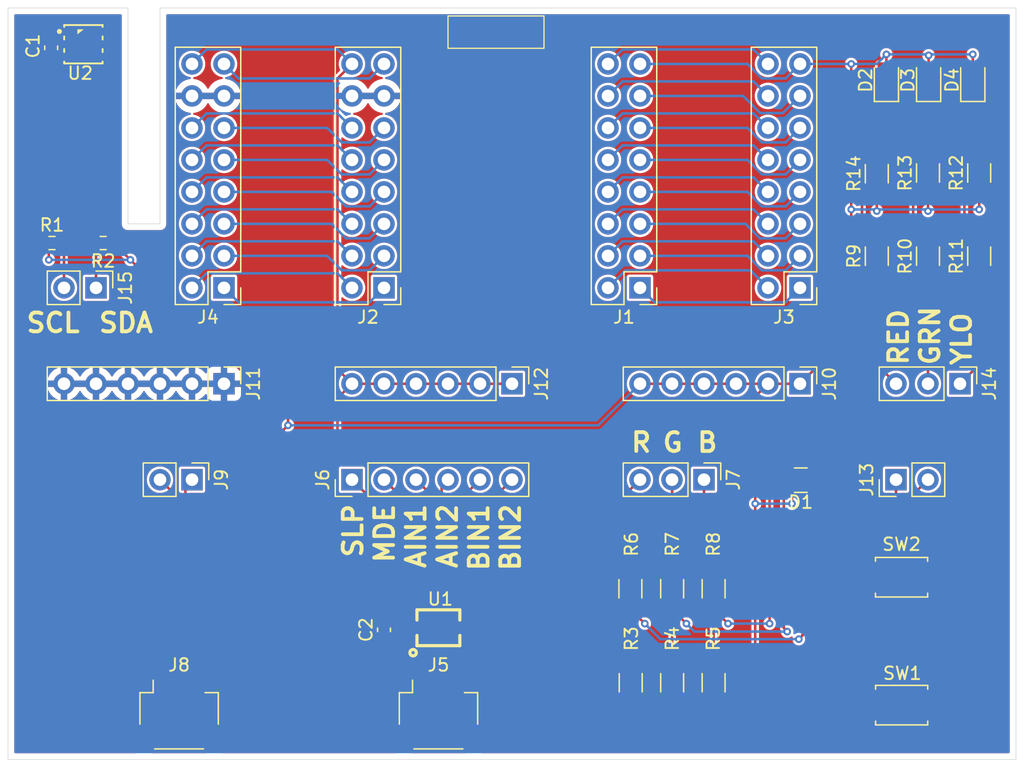
<source format=kicad_pcb>
(kicad_pcb (version 20241229) (generator "pcbnew") (generator_version "9.0")
  (layers (0 "F.Cu" signal) (2 "B.Cu" signal) (13 "F.Paste" user) (15 "B.Paste" user) (5 "F.SilkS" user "F.Silkscreen") (7 "B.SilkS" user "B.Silkscreen") (1 "F.Mask" user) (3 "B.Mask" user) (25 "Edge.Cuts" user))
  (net 0 "")
  (net 1 "/BLUE")
  (net 2 "/RED")
  (net 3 "/GREEN")
  (net 4 "+3V3")
  (net 5 "VBUS")
  (net 6 "/AOUT2")
  (net 7 "/AOUT1")
  (net 8 "/BOUT1")
  (net 10 "/SCl")
  (net 11 "GND")
  (net 13 "/SDA")
  (net 14 "/BOUT2")
  (net 15 "/AIN2")
  (net 16 "/BIN2")
  (net 17 "/AIN1")
  (net 18 "/MODE")
  (net 19 "/BIN1")
  (net 20 "/nSLEEP")
  (net 21 "9")
  (net 22 "7")
  (net 23 "6")
  (net 24 "4")
  (net 25 "2")
  (net 26 "8")
  (net 27 "EN")
  (net 28 "1")
  (net 29 "12")
  (net 30 "10")
  (net 31 "11")
  (net 32 "5")
  (net 33 "14")
  (net 34 "3")
  (net 35 "13")
  (net 36 "/B_PIN")
  (net 37 "/G_PIN")
  (net 38 "/R_PIN")
  (net 39 "/THERMO1")
  (net 40 "/THERMO2")
  (net 41 "/SW2")
  (net 42 "/SW1")
  (net 43 "35")
  (net 44 "21")
  (net 45 "34")
  (net 46 "16")
  (net 47 "17")
  (net 48 "40")
  (net 49 "33")
  (net 50 "39")
  (net 51 "37")
  (net 52 "18")
  (net 53 "36")
  (net 54 "38")
  (net 55 "15")
  (net 56 "/LED1")
  (net 57 "/LED2")
  (net 58 "/LED3")
  (net 59 "/L3_PIN")
  (net 60 "/L1_PIN")
  (net 61 "/L2_PIN")
  (footprint "Connector_PinHeader_2.54mm:PinHeader_2x08_P2.54mm_Vertical" (layer "F.Cu") (at 78.74 109.22 180)
    (property "Reference" "J2")
    (property "Value" "Conn_02x08_Odd_Even")
  )
  (footprint "LED_SMD:LED_0805_2012Metric" (layer "F.Cu") (at 121.97 92.7355 90)
    (property "Reference" "D3")
    (property "Value" "KT-0805G")
  )
  (footprint "sensor:AHT20" (layer "F.Cu") (at 54.88 89.874 180)
    (property "Reference" "U2")
    (property "Value" "AHT20-F")
  )
  (footprint "Connector_PinHeader_2.54mm:PinHeader_2x08_P2.54mm_Vertical" (layer "F.Cu") (at 99.06 109.22 180)
    (property "Reference" "J1")
    (property "Value" "Conn_02x08_Odd_Even")
  )
  (footprint "Resistor_SMD:R_1206_3216Metric_Pad1.30x1.75mm_HandSolder" (layer "F.Cu") (at 101.612 133.122 -90)
    (property "Reference" "R7")
    (property "Value" "V")
  )
  (footprint "Connector_PinHeader_2.54mm:PinHeader_1x06_P2.54mm_Vertical" (layer "F.Cu") (at 66.04 116.84 -90)
    (property "Reference" "J11")
    (property "Value" "Conn_01x06_Socket")
  )
  (footprint "Resistor_SMD:R_1206_3216Metric_Pad1.30x1.75mm_HandSolder" (layer "F.Cu") (at 121.92 106.706 90)
    (property "Reference" "R10")
    (property "Value" "V")
  )
  (footprint "Button_Switch_SMD:SW_Push_SPST_NO_Alps_SKRK" (layer "F.Cu") (at 119.829 142.367)
    (property "Reference" "SW1")
    (property "Value" "SW_Push")
  )
  (footprint "Connector_PinHeader_2.54mm:PinHeader_1x03_P2.54mm_Vertical" (layer "F.Cu") (at 104.14 124.46 -90)
    (property "Reference" "J7")
    (property "Value" "Conn_01x03_Socket")
  )
  (footprint "Resistor_SMD:R_1206_3216Metric_Pad1.30x1.75mm_HandSolder" (layer "F.Cu") (at 104.902 133.122 -90)
    (property "Reference" "R8")
    (property "Value" "V")
  )
  (footprint "Resistor_SMD:R_1206_3216Metric_Pad1.30x1.75mm_HandSolder" (layer "F.Cu") (at 98.298 133.122 -90)
    (property "Reference" "R6")
    (property "Value" "V")
  )
  (footprint "Button_Switch_SMD:SW_Push_SPST_NO_Alps_SKRK" (layer "F.Cu") (at 119.82 132.207)
    (property "Reference" "SW2")
    (property "Value" "SW_Push")
  )
  (footprint "Resistor_SMD:R_1206_3216Metric_Pad1.30x1.75mm_HandSolder" (layer "F.Cu") (at 125.984 100.102 90)
    (property "Reference" "R12")
    (property "Value" "V")
  )
  (footprint "Resistor_SMD:R_1206_3216Metric_Pad1.30x1.75mm_HandSolder" (layer "F.Cu") (at 125.984 106.706 90)
    (property "Reference" "R11")
    (property "Value" "V")
  )
  (footprint "Connector_JST:JST_SH_SM04B-SRSS-TB_1x04-1MP_P1.00mm_Horizontal" (layer "F.Cu") (at 83.064 143.159)
    (property "Reference" "J5")
    (property "Value" "Conn_01x04_Socket")
  )
  (footprint "Resistor_SMD:R_0603_1608Metric" (layer "F.Cu") (at 56.451 105.664 180)
    (property "Reference" "R2")
    (property "Value" "10k")
  )
  (footprint "Resistor_SMD:R_1206_3216Metric_Pad1.30x1.75mm_HandSolder" (layer "F.Cu") (at 121.92 100.102 90)
    (property "Reference" "R13")
    (property "Value" "V")
  )
  (footprint "Connector_PinHeader_2.54mm:PinHeader_2x08_P2.54mm_Vertical" (layer "F.Cu") (at 111.76 109.22 180)
    (property "Reference" "J3")
    (property "Value" "Conn_02x08_Odd_Even")
  )
  (footprint "Resistor_SMD:R_Array_Convex_2x0606" (layer "F.Cu") (at 111.825 124.498 180)
    (property "Reference" "D1")
    (property "Value" "XL-1615RGBC-RF")
  )
  (footprint "Connector_JST:JST_SH_SM04B-SRSS-TB_1x04-1MP_P1.00mm_Horizontal" (layer "F.Cu") (at 62.478 143.159)
    (property "Reference" "J8")
    (property "Value" "Conn_01x04_Socket")
  )
  (footprint "Resistor_SMD:R_1206_3216Metric_Pad1.30x1.75mm_HandSolder" (layer "F.Cu") (at 101.612 140.589 90)
    (property "Reference" "R4")
    (property "Value" "V")
  )
  (footprint "Connector_PinHeader_2.54mm:PinHeader_1x06_P2.54mm_Vertical" (layer "F.Cu") (at 76.2 124.46 90)
    (property "Reference" "J6")
    (property "Value" "Conn_01x06_Socket")
  )
  (footprint "Capacitor_SMD:C_0603_1608Metric" (layer "F.Cu") (at 52.324 90.157 -90)
    (property "Reference" "C1")
    (property "Value" "10uF")
  )
  (footprint "Resistor_SMD:R_1206_3216Metric_Pad1.30x1.75mm_HandSolder" (layer "F.Cu") (at 117.856 106.706 90)
    (property "Reference" "R9")
    (property "Value" "V")
  )
  (footprint "Capacitor_SMD:C_0603_1608Metric" (layer "F.Cu") (at 78.74 136.385 90)
    (property "Reference" "C2")
    (property "Value" "10uF")
  )
  (footprint "Resistor_SMD:R_1206_3216Metric_Pad1.30x1.75mm_HandSolder" (layer "F.Cu") (at 98.322 140.589 90)
    (property "Reference" "R3")
    (property "Value" "V")
  )
  (footprint "Connector_PinHeader_2.54mm:PinHeader_1x02_P2.54mm_Vertical" (layer "F.Cu") (at 55.88 109.22 -90)
    (property "Reference" "J15")
    (property "Value" "Conn_01x02_Socket")
  )
  (footprint "Resistor_SMD:R_0603_1608Metric" (layer "F.Cu") (at 52.387 105.664)
    (property "Reference" "R1")
    (property "Value" "10k")
  )
  (footprint "Connector_PinHeader_2.54mm:PinHeader_1x02_P2.54mm_Vertical" (layer "F.Cu") (at 63.5 124.46 -90)
    (property "Reference" "J9")
    (property "Value" "Conn_01x02_Socket")
  )
  (footprint "Connector_PinHeader_2.54mm:PinHeader_2x08_P2.54mm_Vertical" (layer "F.Cu") (at 66.04 109.22 180)
    (property "Reference" "J4")
    (property "Value" "Conn_02x08_Odd_Even")
  )
  (footprint "LED_SMD:LED_0805_2012Metric" (layer "F.Cu") (at 125.476 92.7355 90)
    (property "Reference" "D4")
    (property "Value" "KT-0805Y")
  )
  (footprint "Connector_PinHeader_2.54mm:PinHeader_1x02_P2.54mm_Vertical" (layer "F.Cu") (at 119.38 124.46 90)
    (property "Reference" "J13")
    (property "Value" "Conn_01x02_Socket")
  )
  (footprint "Resistor_SMD:R_1206_3216Metric_Pad1.30x1.75mm_HandSolder" (layer "F.Cu") (at 104.902 140.589 90)
    (property "Reference" "R5")
    (property "Value" "V")
  )
  (footprint "Resistor_SMD:R_1206_3216Metric_Pad1.30x1.75mm_HandSolder" (layer "F.Cu") (at 117.856 100.154 90)
    (property "Reference" "R14")
    (property "Value" "V")
  )
  (footprint "Connector_PinHeader_2.54mm:PinHeader_1x06_P2.54mm_Vertical" (layer "F.Cu") (at 111.76 116.84 -90)
    (property "Reference" "J10")
    (property "Value" "Conn_01x06_Socket")
  )
  (footprint "LED_SMD:LED_0805_2012Metric" (layer "F.Cu") (at 118.618 92.7355 90)
    (property "Reference" "D2")
    (property "Value" "NCD0805R1")
  )
  (footprint "Connector_PinHeader_2.54mm:PinHeader_1x03_P2.54mm_Vertical" (layer "F.Cu") (at 124.46 116.84 -90)
    (property "Reference" "J14")
    (property "Value" "Conn_01x03_Socket")
  )
  (footprint "8836:DRV8836" (layer "F.Cu") (at 83.058 136.22)
    (property "Reference" "U1")
    (property "Value" "DRV8836DSSR")
  )
  (footprint "Connector_PinHeader_2.54mm:PinHeader_1x06_P2.54mm_Vertical" (layer "F.Cu") (at 88.9 116.84 -90)
    (property "Reference" "J12")
    (property "Value" "Conn_01x06_Socket")
  )
  (gr_rect (start 83.82 87.63) (end 91.44 90.1954) (stroke (width 0.1)) (fill no) (layer "F.SilkS"))
  (gr_poly (pts (xy 128.905 146.685) (xy 48.895 146.685) (xy 48.895 86.995) (xy 58.42 86.995) (xy 58.42 104.14) (xy 60.96 104.14) (xy 60.96 86.995) (xy 128.905 86.995)) (stroke (width 0.05)) (fill no) (layer "Edge.Cuts"))
  (gr_text "BIN2\n" (at 89.662 126.238 90) (layer "F.SilkS") (effects (font (size 1.5 1.5) (thickness 0.3) (bold yes)) (justify right bottom)))
  (gr_text "AIN2" (at 84.662 126.238 90) (layer "F.SilkS") (effects (font (size 1.5 1.5) (thickness 0.3) (bold yes)) (justify right bottom)))
  (gr_text "RED" (at 120.46 115.51 90) (layer "F.SilkS") (effects (font (size 1.5 1.5) (thickness 0.3) (bold yes)) (justify left bottom)))
  (gr_text "R" (at 98.21 122.38 0) (layer "F.SilkS") (effects (font (size 1.5 1.5) (thickness 0.3) (bold yes)) (justify left bottom)))
  (gr_text "SDA" (at 55.96 112.88 0) (layer "F.SilkS") (effects (font (size 1.5 1.5) (thickness 0.3) (bold yes)) (justify left bottom)))
  (gr_text "YLO" (at 125.46 115.51 90) (layer "F.SilkS") (effects (font (size 1.5 1.5) (thickness 0.3) (bold yes)) (justify left bottom)))
  (gr_text "SCL" (at 50.21 112.88 0) (layer "F.SilkS") (effects (font (size 1.5 1.5) (thickness 0.3) (bold yes)) (justify left bottom)))
  (gr_text "SLP\n" (at 77.162 126.238 90) (layer "F.SilkS") (effects (font (size 1.5 1.5) (thickness 0.3) (bold yes)) (justify right bottom)))
  (gr_text "GRN" (at 122.96 115.51 90) (layer "F.SilkS") (effects (font (size 1.5 1.5) (thickness 0.3) (bold yes)) (justify left bottom)))
  (gr_text "B" (at 103.46 122.38 0) (layer "F.SilkS") (effects (font (size 1.5 1.5) (thickness 0.3) (bold yes)) (justify left bottom)))
  (gr_text "MDE" (at 79.662 126.238 90) (layer "F.SilkS") (effects (font (size 1.5 1.5) (thickness 0.3) (bold yes)) (justify right bottom)))
  (gr_text "AIN1\n" (at 82.162 126.238 90) (layer "F.SilkS") (effects (font (size 1.5 1.5) (thickness 0.3) (bold yes)) (justify right bottom)))
  (gr_text "G" (at 100.71 122.38 0) (layer "F.SilkS") (effects (font (size 1.5 1.5) (thickness 0.3) (bold yes)) (justify left bottom)))
  (gr_text "BIN1" (at 87.162 126.238 90) (layer "F.SilkS") (effects (font (size 1.5 1.5) (thickness 0.3) (bold yes)) (justify right bottom)))
  (segment (start 109.347 135.89) (end 109.347 124.534) (width 0.2) (layer "F.Cu") (net 1))
  (segment (start 104.902 134.747) (end 106.045 135.89) (width 0.2) (layer "F.Cu") (net 1))
  (segment (start 109.347 124.534) (end 110.474 123.407) (width 0.2) (layer "F.Cu") (net 1))
  (segment (start 104.902 134.672) (end 104.902 139.039) (width 0.2) (layer "F.Cu") (net 1))
  (segment (start 110.474 123.407) (end 111.904 123.407) (width 0.2) (layer "F.Cu") (net 1))
  (segment (start 111.904 123.407) (end 112.525 124.028) (width 0.2) (layer "F.Cu") (net 1))
  (via (at 106.045 135.89) (size 0.6) (drill 0.3) (layers "F.Cu" "B.Cu") (net 1))
  (via (at 109.347 135.89) (size 0.6) (drill 0.3) (layers "F.Cu" "B.Cu") (net 1))
  (segment (start 106.045 135.89) (end 109.347 135.89) (width 0.2) (layer "B.Cu") (net 1))
  (segment (start 111.96 125.533) (end 111.96 136.833) (width 0.2) (layer "F.Cu") (net 2))
  (segment (start 111.96 136.833) (end 111.667 137.126) (width 0.2) (layer "F.Cu") (net 2))
  (segment (start 98.298 134.672) (end 98.298 139.015) (width 0.2) (layer "F.Cu") (net 2))
  (segment (start 98.298 134.747) (end 99.441 135.89) (width 0.2) (layer "F.Cu") (net 2))
  (segment (start 98.298 134.672) (end 98.298 134.747) (width 0.2) (layer "F.Cu") (net 2))
  (segment (start 112.525 124.968) (end 111.96 125.533) (width 0.2) (layer "F.Cu") (net 2))
  (segment (start 98.298 139.015) (end 98.322 139.039) (width 0.2) (layer "F.Cu") (net 2))
  (via (at 111.667 137.126) (size 0.6) (drill 0.3) (layers "F.Cu" "B.Cu") (net 2))
  (via (at 99.441 135.89) (size 0.6) (drill 0.3) (layers "F.Cu" "B.Cu") (net 2))
  (segment (start 100.677 137.126) (end 99.441 135.89) (width 0.2) (layer "B.Cu") (net 2))
  (segment (start 100.677 137.126) (end 111.667 137.126) (width 0.2) (layer "B.Cu") (net 2))
  (segment (start 110.474 136.255) (end 110.474 124.129) (width 0.2) (layer "F.Cu") (net 3))
  (segment (start 101.612 134.672) (end 101.612 134.759) (width 0.2) (layer "F.Cu") (net 3))
  (segment (start 110.744 136.525) (end 110.474 136.255) (width 0.2) (layer "F.Cu") (net 3))
  (segment (start 101.612 134.672) (end 101.612 139.039) (width 0.2) (layer "F.Cu") (net 3))
  (segment (start 110.474 124.129) (end 110.575 124.028) (width 0.2) (layer "F.Cu") (net 3))
  (segment (start 110.575 124.028) (end 111.125 124.028) (width 0.2) (layer "F.Cu") (net 3))
  (segment (start 101.612 134.759) (end 102.743 135.89) (width 0.2) (layer "F.Cu") (net 3))
  (via (at 110.744 136.525) (size 0.6) (drill 0.3) (layers "F.Cu" "B.Cu") (net 3))
  (via (at 102.743 135.89) (size 0.6) (drill 0.3) (layers "F.Cu" "B.Cu") (net 3))
  (segment (start 110.744 136.525) (end 103.378 136.525) (width 0.2) (layer "B.Cu") (net 3))
  (segment (start 102.743 135.89) (end 103.378 136.525) (width 0.2) (layer "B.Cu") (net 3))
  (segment (start 108.204 117.856) (end 109.22 116.84) (width 0.2) (layer "F.Cu") (net 4))
  (segment (start 63.978 127.284) (end 71.12 120.142) (width 0.2) (layer "F.Cu") (net 4))
  (segment (start 52.324 90.932) (end 52.324 91.44) (width 0.2) (layer "F.Cu") (net 4))
  (segment (start 125.476 91.948) (end 125.476 90.678) (width 0.2) (layer "F.Cu") (net 4))
  (segment (start 98.322 142.139) (end 104.902 142.139) (width 0.2) (layer "F.Cu") (net 4))
  (segment (start 117.856 101.652) (end 117.856 103.124) (width 0.2) (layer "F.Cu") (net 4))
  (segment (start 108.204 126.365) (end 108.204 117.856) (width 0.2) (layer "F.Cu") (net 4))
  (segment (start 115.824 112.776) (end 115.824 102.997) (width 0.2) (layer "F.Cu") (net 4))
  (segment (start 125.984 101.525) (end 125.984 102.997) (width 0.2) (layer "F.Cu") (net 4))
  (segment (start 111.125 124.968) (end 111.125 126.365) (width 0.2) (layer "F.Cu") (net 4))
  (segment (start 108.204 126.365) (end 108.204 138.837) (width 0.2) (layer "F.Cu") (net 4))
  (segment (start 53.382 89.874) (end 52.324 90.932) (width 0.2) (layer "F.Cu") (net 4))
  (segment (start 121.97 91.948) (end 121.97 90.755) (width 0.2) (layer "F.Cu") (net 4))
  (segment (start 52.324 91.44) (end 51.562 92.202) (width 0.2) (layer "F.Cu") (net 4))
  (segment (start 71.12 119.508) (end 58.61 106.998) (width 0.2) (layer "F.Cu") (net 4))
  (segment (start 51.562 92.202) (end 51.562 105.664) (width 0.2) (layer "F.Cu") (net 4))
  (segment (start 53.88 89.874) (end 53.382 89.874) (width 0.2) (layer "F.Cu") (net 4))
  (segment (start 52.134 106.998) (end 52.134 106.236) (width 0.2) (layer "F.Cu") (net 4))
  (segment (start 115.824 102.997) (end 115.824 91.44) (width 0.2) (layer "F.Cu") (net 4))
  (segment (start 52.134 106.236) (end 51.562 105.664) (width 0.2) (layer "F.Cu") (net 4))
  (segment (start 63.978 141.159) (end 63.978 127.284) (width 0.2) (layer "F.Cu") (net 4))
  (segment (start 111.76 116.84) (end 115.824 112.776) (width 0.2) (layer "F.Cu") (net 4))
  (segment (start 108.204 138.837) (end 104.902 142.139) (width 0.2) (layer "F.Cu") (net 4))
  (segment (start 71.12 120.142) (end 71.12 119.508) (width 0.2) (layer "F.Cu") (net 4))
  (segment (start 58.61 106.998) (end 57.276 105.664) (width 0.2) (layer "F.Cu") (net 4))
  (segment (start 121.92 101.652) (end 121.92 103.124) (width 0.2) (layer "F.Cu") (net 4))
  (segment (start 99.06 116.84) (end 111.76 116.84) (width 0.2) (layer "F.Cu") (net 4))
  (segment (start 118.618 91.948) (end 118.618 90.678) (width 0.2) (layer "F.Cu") (net 4))
  (via (at 125.984 102.997) (size 0.6) (drill 0.3) (layers "F.Cu" "B.Cu") (net 4))
  (via (at 121.97 90.755) (size 0.6) (drill 0.3) (layers "F.Cu" "B.Cu") (net 4))
  (via (at 115.824 102.997) (size 0.6) (drill 0.3) (layers "F.Cu" "B.Cu") (net 4))
  (via (at 108.204 126.365) (size 0.6) (drill 0.3) (layers "F.Cu" "B.Cu") (net 4))
  (via (at 121.92 103.124) (size 0.6) (drill 0.3) (layers "F.Cu" "B.Cu") (net 4))
  (via (at 111.125 126.365) (size 0.6) (drill 0.3) (layers "F.Cu" "B.Cu") (net 4))
  (via (at 125.476 90.678) (size 0.6) (drill 0.3) (layers "F.Cu" "B.Cu") (net 4))
  (via (at 58.61 106.998) (size 0.6) (drill 0.3) (layers "F.Cu" "B.Cu") (net 4))
  (via (at 117.856 103.124) (size 0.6) (drill 0.3) (layers "F.Cu" "B.Cu") (net 4))
  (via (at 115.824 91.44) (size 0.6) (drill 0.3) (layers "F.Cu" "B.Cu") (net 4))
  (via (at 71.12 120.142) (size 0.6) (drill 0.3) (layers "F.Cu" "B.Cu") (net 4))
  (via (at 118.618 90.678) (size 0.6) (drill 0.3) (layers "F.Cu" "B.Cu") (net 4))
  (via (at 52.134 106.998) (size 0.6) (drill 0.3) (layers "F.Cu" "B.Cu") (net 4))
  (segment (start 99.06 116.84) (end 95.758 120.142) (width 0.2) (layer "B.Cu") (net 4))
  (segment (start 111.125 126.365) (end 108.204 126.365) (width 0.2) (layer "B.Cu") (net 4))
  (segment (start 117.856 91.44) (end 111.76 91.44) (width 0.2) (layer "B.Cu") (net 4))
  (segment (start 108.74324 92.591) (end 110.609 92.591) (width 0.2) (layer "B.Cu") (net 4))
  (segment (start 107.59224 91.44) (end 108.74324 92.591) (width 0.2) (layer "B.Cu") (net 4))
  (segment (start 118.618 90.678) (end 117.856 91.44) (width 0.2) (layer "B.Cu") (net 4))
  (segment (start 125.984 102.997) (end 115.824 102.997) (width 0.2) (layer "B.Cu") (net 4))
  (segment (start 110.609 92.591) (end 111.76 91.44) (width 0.2) (layer "B.Cu") (net 4))
  (segment (start 95.758 120.142) (end 71.12 120.142) (width 0.2) (layer "B.Cu") (net 4))
  (segment (start 99.06 91.44) (end 107.59224 91.44) (width 0.2) (layer "B.Cu") (net 4))
  (segment (start 58.61 106.998) (end 52.134 106.998) (width 0.2) (layer "B.Cu") (net 4))
  (segment (start 125.476 90.678) (end 118.618 90.678) (width 0.2) (layer "B.Cu") (net 4))
  (segment (start 76.2 116.84) (end 88.9 116.84) (width 0.2) (layer "F.Cu") (net 5))
  (segment (start 76.2 116.84) (end 75.049 115.689) (width 0.2) (layer "F.Cu") (net 5))
  (segment (start 75.049 115.689) (end 75.049 92.591) (width 0.2) (layer "F.Cu") (net 5))
  (segment (start 75.049 133.469) (end 78.74 137.16) (width 0.2) (layer "F.Cu") (net 5))
  (segment (start 75.049 92.591) (end 76.2 91.44) (width 0.2) (layer "F.Cu") (net 5))
  (segment (start 75.049 117.991) (end 75.049 133.469) (width 0.2) (layer "F.Cu") (net 5))
  (segment (start 78.74 137.16) (end 81.788 137.16) (width 0.2) (layer "F.Cu") (net 5))
  (segment (start 76.2 116.84) (end 75.049 117.991) (width 0.2) (layer "F.Cu") (net 5))
  (segment (start 64.651 90.289) (end 63.5 91.44) (width 0.2) (layer "B.Cu") (net 5))
  (segment (start 76.2 91.44) (end 75.049 90.289) (width 0.2) (layer "B.Cu") (net 5))
  (segment (start 75.049 90.289) (end 64.651 90.289) (width 0.2) (layer "B.Cu") (net 5))
  (segment (start 82.804 139.176) (end 82.804 137.16) (width 0.2) (layer "F.Cu") (net 6))
  (segment (start 82.804 139.176) (end 82.564 139.416) (width 0.2) (layer "F.Cu") (net 6))
  (segment (start 82.564 139.416) (end 82.564 141.159) (width 0.2) (layer "F.Cu") (net 6))
  (segment (start 81.564 141.159) (end 81.564 139.776) (width 0.2) (layer "F.Cu") (net 7))
  (segment (start 82.296 137.16) (end 82.296 139.044) (width 0.2) (layer "F.Cu") (net 7))
  (segment (start 81.564 139.776) (end 82.296 139.044) (width 0.2) (layer "F.Cu") (net 7))
  (segment (start 83.312 139.224) (end 83.564 139.476) (width 0.2) (layer "F.Cu") (net 8))
  (segment (start 83.312 137.16) (end 83.312 139.224) (width 0.2) (layer "F.Cu") (net 8))
  (segment (start 83.564 139.476) (end 83.564 141.159) (width 0.2) (layer "F.Cu") (net 8))
  (segment (start 53.212 105.664) (end 53.212 106.044) (width 0.2) (layer "F.Cu") (net 10))
  (segment (start 53.34 106.172) (end 53.34 109.22) (width 0.2) (layer "F.Cu") (net 10))
  (segment (start 53.212 91.542) (end 53.88 90.874) (width 0.2) (layer "F.Cu") (net 10))
  (segment (start 53.212 106.044) (end 53.34 106.172) (width 0.2) (layer "F.Cu") (net 10))
  (segment (start 53.212 105.664) (end 53.212 91.542) (width 0.2) (layer "F.Cu") (net 10))
  (segment (start 55.626 105.918) (end 55.88 106.172) (width 0.2) (layer "F.Cu") (net 13))
  (segment (start 55.88 106.172) (end 55.88 109.22) (width 0.2) (layer "F.Cu") (net 13))
  (segment (start 55.626 105.664) (end 55.626 105.918) (width 0.2) (layer "F.Cu") (net 13))
  (segment (start 55.626 105.664) (end 55.626 91.128) (width 0.2) (layer "F.Cu") (net 13))
  (segment (start 55.626 91.128) (end 55.88 90.874) (width 0.2) (layer "F.Cu") (net 13))
  (segment (start 84.564 139.734) (end 84.564 141.159) (width 0.2) (layer "F.Cu") (net 14))
  (segment (start 83.82 138.99) (end 83.82 137.16) (width 0.2) (layer "F.Cu") (net 14))
  (segment (start 83.82 138.99) (end 84.564 139.734) (width 0.2) (layer "F.Cu") (net 14))
  (segment (start 83.312 124.968) (end 83.312 135.28) (width 0.2) (layer "F.Cu") (net 15))
  (segment (start 83.82 124.46) (end 83.312 124.968) (width 0.2) (layer "F.Cu") (net 15))
  (segment (start 84.328 129.032) (end 84.328 135.28) (width 0.2) (layer "F.Cu") (net 16))
  (segment (start 88.9 124.46) (end 84.328 129.032) (width 0.2) (layer "F.Cu") (net 16))
  (segment (start 81.28 124.46) (end 82.804 125.984) (width 0.2) (layer "F.Cu") (net 17))
  (segment (start 82.804 125.984) (end 82.804 135.28) (width 0.2) (layer "F.Cu") (net 17))
  (segment (start 82.296 128.016) (end 82.296 135.28) (width 0.2) (layer "F.Cu") (net 18))
  (segment (start 78.74 124.46) (end 82.296 128.016) (width 0.2) (layer "F.Cu") (net 18))
  (segment (start 86.36 124.46) (end 83.82 127) (width 0.2) (layer "F.Cu") (net 19))
  (segment (start 83.82 127) (end 83.82 135.28) (width 0.2) (layer "F.Cu") (net 19))
  (segment (start 76.2 124.46) (end 81.788 130.048) (width 0.2) (layer "F.Cu") (net 20))
  (segment (start 81.788 130.048) (end 81.788 135.28) (width 0.2) (layer "F.Cu") (net 20))
  (segment (start 110.609 100.211) (end 111.76 99.06) (width 0.2) (layer "B.Cu") (net 21))
  (segment (start 107.59224 99.06) (end 108.74324 100.211) (width 0.2) (layer "B.Cu") (net 21))
  (segment (start 99.06 99.06) (end 107.59224 99.06) (width 0.2) (layer "B.Cu") (net 21))
  (segment (start 108.74324 100.211) (end 110.609 100.211) (width 0.2) (layer "B.Cu") (net 21))
  (segment (start 99.06 101.6) (end 107.59224 101.6) (width 0.2) (layer "B.Cu") (net 22))
  (segment (start 108.74324 102.751) (end 110.609 102.751) (width 0.2) (layer "B.Cu") (net 22))
  (segment (start 110.609 102.751) (end 111.76 101.6) (width 0.2) (layer "B.Cu") (net 22))
  (segment (start 107.59224 101.6) (end 108.74324 102.751) (width 0.2) (layer "B.Cu") (net 22))
  (segment (start 108.069 100.449) (end 109.22 101.6) (width 0.2) (layer "B.Cu") (net 23))
  (segment (start 96.52 101.6) (end 97.671 100.449) (width 0.2) (layer "B.Cu") (net 23))
  (segment (start 97.671 100.449) (end 108.069 100.449) (width 0.2) (layer "B.Cu") (net 23))
  (segment (start 97.671 102.989) (end 108.069 102.989) (width 0.2) (layer "B.Cu") (net 24))
  (segment (start 96.52 104.14) (end 97.671 102.989) (width 0.2) (layer "B.Cu") (net 24))
  (segment (start 108.069 102.989) (end 109.22 104.14) (width 0.2) (layer "B.Cu") (net 24))
  (segment (start 108.069 105.529) (end 109.22 106.68) (width 0.2) (layer "B.Cu") (net 25))
  (segment (start 97.671 105.529) (end 108.069 105.529) (width 0.2) (layer "B.Cu") (net 25))
  (segment (start 96.52 106.68) (end 97.671 105.529) (width 0.2) (layer "B.Cu") (net 25))
  (segment (start 108.069 97.909) (end 97.671 97.909) (width 0.2) (layer "B.Cu") (net 26))
  (segment (start 97.671 97.909) (end 96.52 99.06) (width 0.2) (layer "B.Cu") (net 26))
  (segment (start 109.22 99.06) (end 108.069 97.909) (width 0.2) (layer "B.Cu") (net 26))
  (segment (start 99.06 109.22) (end 100.211 110.371) (width 0.2) (layer "B.Cu") (net 27))
  (segment (start 100.211 110.371) (end 110.609 110.371) (width 0.2) (layer "B.Cu") (net 27))
  (segment (start 110.609 110.371) (end 111.76 109.22) (width 0.2) (layer "B.Cu") (net 27))
  (segment (start 97.909 107.831) (end 107.831 107.831) (width 0.2) (layer "B.Cu") (net 28))
  (segment (start 107.831 107.831) (end 109.22 109.22) (width 0.2) (layer "B.Cu") (net 28))
  (segment (start 96.52 109.22) (end 97.909 107.831) (width 0.2) (layer "B.Cu") (net 28))
  (segment (start 107.2471 93.98) (end 108.6071 95.34) (width 0.2) (layer "B.Cu") (net 29))
  (segment (start 108.6071 95.34) (end 110.4 95.34) (width 0.2) (layer "B.Cu") (net 29))
  (segment (start 110.4 95.34) (end 111.76 93.98) (width 0.2) (layer "B.Cu") (net 29))
  (segment (start 99.06 93.98) (end 107.2471 93.98) (width 0.2) (layer "B.Cu") (net 29))
  (segment (start 108.069 95.369) (end 97.671 95.369) (width 0.2) (layer "B.Cu") (net 30))
  (segment (start 97.671 95.369) (end 96.52 96.52) (width 0.2) (layer "B.Cu") (net 30))
  (segment (start 109.22 96.52) (end 108.069 95.369) (width 0.2) (layer "B.Cu") (net 30))
  (segment (start 110.609 97.671) (end 111.76 96.52) (width 0.2) (layer "B.Cu") (net 31))
  (segment (start 108.74324 97.671) (end 110.609 97.671) (width 0.2) (layer "B.Cu") (net 31))
  (segment (start 107.59224 96.52) (end 108.74324 97.671) (width 0.2) (layer "B.Cu") (net 31))
  (segment (start 99.06 96.52) (end 107.59224 96.52) (width 0.2) (layer "B.Cu") (net 31))
  (segment (start 108.581 105.291) (end 110.609 105.291) (width 0.2) (layer "B.Cu") (net 32))
  (segment (start 107.43 104.14) (end 108.581 105.291) (width 0.2) (layer "B.Cu") (net 32))
  (segment (start 99.06 104.14) (end 107.43 104.14) (width 0.2) (layer "B.Cu") (net 32))
  (segment (start 110.609 105.291) (end 111.76 104.14) (width 0.2) (layer "B.Cu") (net 32))
  (segment (start 109.22 91.44) (end 108.069 90.289) (width 0.2) (layer "B.Cu") (net 33))
  (segment (start 108.069 90.289) (end 97.671 90.289) (width 0.2) (layer "B.Cu") (net 33))
  (segment (start 97.671 90.289) (end 96.52 91.44) (width 0.2) (layer "B.Cu") (net 33))
  (segment (start 99.06 106.68) (end 107.59224 106.68) (width 0.2) (layer "B.Cu") (net 34))
  (segment (start 108.74324 107.831) (end 110.609 107.831) (width 0.2) (layer "B.Cu") (net 34))
  (segment (start 107.59224 106.68) (end 108.74324 107.831) (width 0.2) (layer "B.Cu") (net 34))
  (segment (start 110.609 107.831) (end 111.76 106.68) (width 0.2) (layer "B.Cu") (net 34))
  (segment (start 109.22 93.98) (end 108.069 92.829) (width 0.2) (layer "B.Cu") (net 35))
  (segment (start 108.069 92.829) (end 97.671 92.829) (width 0.2) (layer "B.Cu") (net 35))
  (segment (start 97.671 92.829) (end 96.52 93.98) (width 0.2) (layer "B.Cu") (net 35))
  (segment (start 104.14 124.46) (end 104.14 130.81) (width 0.2) (layer "F.Cu") (net 36))
  (segment (start 104.14 130.81) (end 104.902 131.572) (width 0.2) (layer "F.Cu") (net 36))
  (segment (start 101.612 124.472) (end 101.6 124.46) (width 0.2) (layer "F.Cu") (net 37))
  (segment (start 101.612 131.572) (end 101.612 124.472) (width 0.2) (layer "F.Cu") (net 37))
  (segment (start 98.298 131.572) (end 98.298 125.222) (width 0.2) (layer "F.Cu") (net 38))
  (segment (start 98.298 125.222) (end 99.06 124.46) (width 0.2) (layer "F.Cu") (net 38))
  (segment (start 63.5 124.46) (end 62.978 124.982) (width 0.2) (layer "F.Cu") (net 39))
  (segment (start 62.978 124.982) (end 62.978 141.159) (width 0.2) (layer "F.Cu") (net 39))
  (segment (start 60.96 124.46) (end 61.978 125.478) (width 0.2) (layer "F.Cu") (net 40))
  (segment (start 61.978 125.478) (end 61.978 141.159) (width 0.2) (layer "F.Cu") (net 40))
  (segment (start 119.38 124.46) (end 119.38 130.547) (width 0.2) (layer "F.Cu") (net 41))
  (segment (start 119.38 130.547) (end 117.72 132.207) (width 0.2) (layer "F.Cu") (net 41))
  (segment (start 121.07 125.31) (end 121.07 139.026) (width 0.2) (layer "F.Cu") (net 42))
  (segment (start 121.92 124.46) (end 121.07 125.31) (width 0.2) (layer "F.Cu") (net 42))
  (segment (start 121.07 139.026) (end 117.729 142.367) (width 0.2) (layer "F.Cu") (net 42))
  (segment (start 76.2 104.14) (end 75.049 102.989) (width 0.2) (layer "B.Cu") (net 43))
  (segment (start 75.049 102.989) (end 64.651 102.989) (width 0.2) (layer "B.Cu") (net 43))
  (segment (start 64.651 102.989) (end 63.5 104.14) (width 0.2) (layer "B.Cu") (net 43))
  (segment (start 75.3781 100.211) (end 74.2271 99.06) (width 0.2) (layer "B.Cu") (net 44))
  (segment (start 74.2271 99.06) (end 66.04 99.06) (width 0.2) (layer "B.Cu") (net 44))
  (segment (start 77.589 100.211) (end 75.3781 100.211) (width 0.2) (layer "B.Cu") (net 44))
  (segment (start 78.74 99.06) (end 77.589 100.211) (width 0.2) (layer "B.Cu") (net 44))
  (segment (start 75.72324 102.751) (end 74.57224 101.6) (width 0.2) (layer "B.Cu") (net 45))
  (segment (start 77.589 102.751) (end 75.72324 102.751) (width 0.2) (layer "B.Cu") (net 45))
  (segment (start 74.57224 101.6) (end 66.04 101.6) (width 0.2) (layer "B.Cu") (net 45))
  (segment (start 78.74 101.6) (end 77.589 102.751) (width 0.2) (layer "B.Cu") (net 45))
  (segment (start 64.651 95.369) (end 63.5 96.52) (width 0.2) (layer "B.Cu") (net 46))
  (segment (start 75.049 95.369) (end 64.651 95.369) (width 0.2) (layer "B.Cu") (net 46))
  (segment (start 76.2 96.52) (end 75.049 95.369) (width 0.2) (layer "B.Cu") (net 46))
  (segment (start 78.74 96.52) (end 77.589 97.671) (width 0.2) (layer "B.Cu") (net 47))
  (segment (start 77.589 97.671) (end 75.3781 97.671) (width 0.2) (layer "B.Cu") (net 47))
  (segment (start 75.3781 97.671) (end 74.2271 96.52) (width 0.2) (layer "B.Cu") (net 47))
  (segment (start 74.2271 96.52) (end 66.04 96.52) (width 0.2) (layer "B.Cu") (net 47))
  (segment (start 78.74 109.22) (end 77.589 110.371) (width 0.2) (layer "B.Cu") (net 48))
  (segment (start 77.589 110.371) (end 67.191 110.371) (width 0.2) (layer "B.Cu") (net 48))
  (segment (start 67.191 110.371) (end 66.04 109.22) (width 0.2) (layer "B.Cu") (net 48))
  (segment (start 64.651 100.449) (end 63.5 101.6) (width 0.2) (layer "B.Cu") (net 49))
  (segment (start 76.2 101.6) (end 75.049 100.449) (width 0.2) (layer "B.Cu") (net 49))
  (segment (start 75.049 100.449) (end 64.651 100.449) (width 0.2) (layer "B.Cu") (net 49))
  (segment (start 76.2 109.22) (end 75.049 108.069) (width 0.2) (layer "B.Cu") (net 50))
  (segment (start 75.049 108.069) (end 64.651 108.069) (width 0.2) (layer "B.Cu") (net 50))
  (segment (start 64.651 108.069) (end 63.5 109.22) (width 0.2) (layer "B.Cu") (net 50))
  (segment (start 76.2 106.68) (end 75.049 105.529) (width 0.2) (layer "B.Cu") (net 51))
  (segment (start 64.651 105.529) (end 63.5 106.68) (width 0.2) (layer "B.Cu") (net 51))
  (segment (start 75.049 105.529) (end 64.651 105.529) (width 0.2) (layer "B.Cu") (net 51))
  (segment (start 64.651 97.909) (end 63.5 99.06) (width 0.2) (layer "B.Cu") (net 52))
  (segment (start 75.049 97.909) (end 64.651 97.909) (width 0.2) (layer "B.Cu") (net 52))
  (segment (start 76.2 99.06) (end 75.049 97.909) (width 0.2) (layer "B.Cu") (net 52))
  (segment (start 74.57224 104.14) (end 66.04 104.14) (width 0.2) (layer "B.Cu") (net 53))
  (segment (start 78.74 104.14) (end 77.589 105.291) (width 0.2) (layer "B.Cu") (net 53))
  (segment (start 75.72324 105.291) (end 74.57224 104.14) (width 0.2) (layer "B.Cu") (net 53))
  (segment (start 77.589 105.291) (end 75.72324 105.291) (width 0.2) (layer "B.Cu") (net 53))
  (segment (start 77.589 107.831) (end 75.3781 107.831) (width 0.2) (layer "B.Cu") (net 54))
  (segment (start 78.74 106.68) (end 77.589 107.831) (width 0.2) (layer "B.Cu") (net 54))
  (segment (start 74.2271 106.68) (end 66.04 106.68) (width 0.2) (layer "B.Cu") (net 54))
  (segment (start 75.3781 107.831) (end 74.2271 106.68) (width 0.2) (layer "B.Cu") (net 54))
  (segment (start 67.191 92.591) (end 66.04 91.44) (width 0.2) (layer "B.Cu") (net 55))
  (segment (start 77.589 92.591) (end 67.191 92.591) (width 0.2) (layer "B.Cu") (net 55))
  (segment (start 78.74 91.44) (end 77.589 92.591) (width 0.2) (layer "B.Cu") (net 55))
  (segment (start 117.856 98.604) (end 117.856 94.285) (width 0.2) (layer "F.Cu") (net 56))
  (segment (start 117.856 105.156) (end 116.68 103.98) (width 0.2) (layer "F.Cu") (net 56))
  (segment (start 116.68 99.78) (end 117.856 98.604) (width 0.2) (layer "F.Cu") (net 56))
  (segment (start 117.856 94.285) (end 118.618 93.523) (width 0.2) (layer "F.Cu") (net 56))
  (segment (start 116.68 103.98) (end 116.68 99.78) (width 0.2) (layer "F.Cu") (net 56))
  (segment (start 121.92 93.573) (end 121.97 93.523) (width 0.2) (layer "F.Cu") (net 57))
  (segment (start 121.92 98.552) (end 121.92 93.573) (width 0.2) (layer "F.Cu") (net 57))
  (segment (start 120.744 103.98) (end 120.744 99.728) (width 0.2) (layer "F.Cu") (net 57))
  (segment (start 121.92 105.156) (end 120.744 103.98) (width 0.2) (layer "F.Cu") (net 57))
  (segment (start 120.744 99.728) (end 121.92 98.552) (width 0.2) (layer "F.Cu") (net 57))
  (segment (start 124.808 99.728) (end 125.984 98.552) (width 0.2) (layer "F.Cu") (net 58))
  (segment (start 124.808 103.98) (end 124.808 99.728) (width 0.2) (layer "F.Cu") (net 58))
  (segment (start 125.984 105.156) (end 124.808 103.98) (width 0.2) (layer "F.Cu") (net 58))
  (segment (start 125.984 94.031) (end 125.476 93.523) (width 0.2) (layer "F.Cu") (net 58))
  (segment (start 125.984 98.552) (end 125.984 94.031) (width 0.2) (layer "F.Cu") (net 58))
  (segment (start 125.984 108.256) (end 125.984 115.316) (width 0.2) (layer "F.Cu") (net 59))
  (segment (start 125.984 115.316) (end 124.46 116.84) (width 0.2) (layer "F.Cu") (net 59))
  (segment (start 117.856 115.316) (end 119.38 116.84) (width 0.2) (layer "F.Cu") (net 60))
  (segment (start 117.856 108.256) (end 117.856 115.316) (width 0.2) (layer "F.Cu") (net 60))
  (segment (start 121.92 108.256) (end 121.92 116.84) (width 0.2) (layer "F.Cu") (net 61))
  (zone (net 11) (net_name "GND") (layers "F.Cu" "B.Cu") (connect_pads (clearance 0.16)) (min_thickness 0.16) (fill yes (thermal_gap 0.5) (thermal_bridge_width 0.5))
    (polygon (pts (xy 129.54 147.32) (xy 48.26 147.32) (xy 48.26 86.36) (xy 129.54 86.36)))
  )
)
</source>
